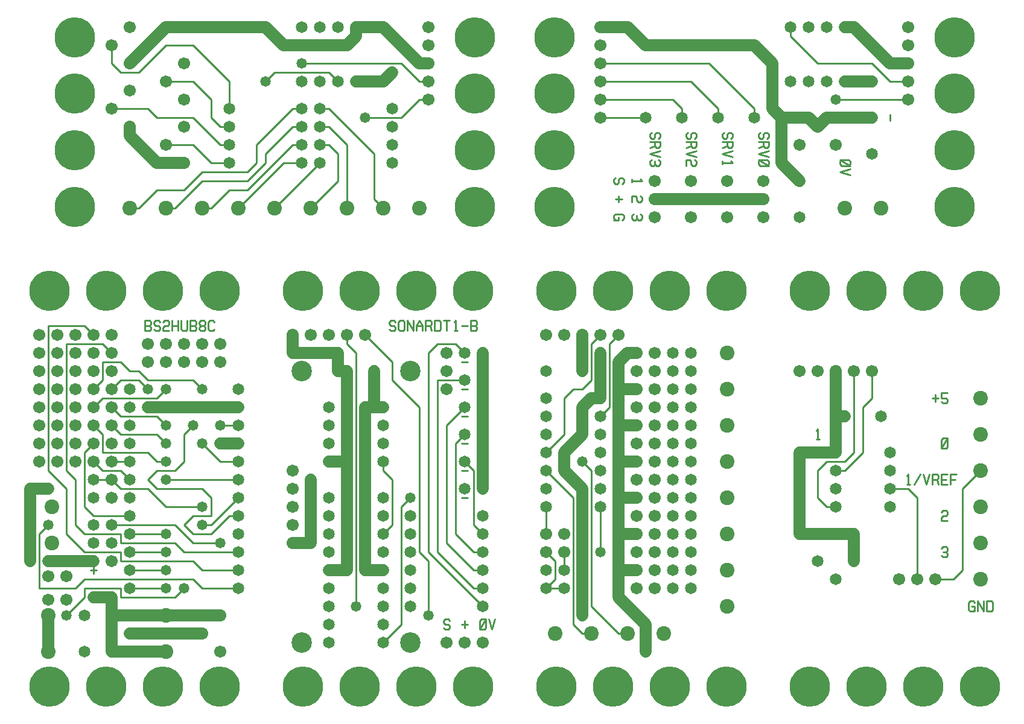
<source format=gtl>
%MOIN*%
%FSLAX25Y25*%
G04 D10 used for Character Trace; *
G04     Circle (OD=.01000) (No hole)*
G04 D11 used for Power Trace; *
G04     Circle (OD=.06700) (No hole)*
G04 D12 used for Signal Trace; *
G04     Circle (OD=.01100) (No hole)*
G04 D13 used for Via; *
G04     Circle (OD=.05800) (Round. Hole ID=.02800)*
G04 D14 used for Component hole; *
G04     Circle (OD=.06500) (Round. Hole ID=.03500)*
G04 D15 used for Component hole; *
G04     Circle (OD=.06700) (Round. Hole ID=.04300)*
G04 D16 used for Component hole; *
G04     Circle (OD=.08100) (Round. Hole ID=.05100)*
G04 D17 used for Component hole; *
G04     Circle (OD=.08900) (Round. Hole ID=.05900)*
G04 D18 used for Component hole; *
G04     Circle (OD=.11300) (Round. Hole ID=.08300)*
G04 D19 used for Component hole; *
G04     Circle (OD=.16000) (Round. Hole ID=.13000)*
G04 D20 used for Component hole; *
G04     Circle (OD=.18300) (Round. Hole ID=.15300)*
G04 D21 used for Component hole; *
G04     Circle (OD=.22291) (Round. Hole ID=.19291)*
%ADD10C,.01000*%
%ADD11C,.06700*%
%ADD12C,.01100*%
%ADD13C,.05800*%
%ADD14C,.06500*%
%ADD15C,.06700*%
%ADD16C,.08100*%
%ADD17C,.08900*%
%ADD18C,.11300*%
%ADD19C,.16000*%
%ADD20C,.18300*%
%ADD21C,.22291*%
%IPPOS*%
%LPD*%
G90*X0Y0D02*D16*X55000Y55000D03*D11*Y35000D01*D16*
D03*D14*X75000Y55000D03*D13*X65000D03*D12*        
X75000Y65000D01*Y70000D01*X95000D01*Y65000D01*    
X125000D01*X130000Y70000D01*D13*D03*D12*          
X140000D02*X135000Y75000D01*X140000Y70000D02*     
X160000D01*D14*D03*Y80000D03*D12*X140000D01*      
X135000Y85000D01*X95000D01*Y90000D01*X75000D01*   
X65000Y100000D01*Y125000D01*X55000Y135000D01*     
Y215000D01*X75000D01*X80000Y210000D01*D15*D03*D12*
X90000Y200000D02*X85000Y205000D01*D15*            
X90000Y200000D03*D12*X100000Y190000D02*           
X95000Y195000D01*X100000Y190000D02*X105000D01*    
X110000Y185000D01*X135000D01*X140000Y180000D01*   
D13*D03*X150000Y170000D03*D11*X110000D01*D13*D03* 
D12*X120000Y160000D02*X115000Y165000D01*D13*      
X120000Y160000D03*D12*X95000Y165000D02*X115000D01*
X95000D02*X90000Y170000D01*D15*D03*D12*X80000D02* 
X85000Y175000D01*D15*X80000Y170000D03*D12*        
X85000Y175000D02*X115000D01*X120000Y180000D01*D13*
D03*X110000D03*D12*X105000Y185000D01*X95000D01*   
X90000Y180000D01*D15*D03*D12*X80000D02*           
X85000Y185000D01*D15*X80000Y180000D03*D12*        
X85000Y185000D02*Y195000D01*X95000D01*D15*        
X90000Y190000D03*D12*X65000Y205000D02*X85000D01*  
X65000Y135000D02*Y205000D01*X70000Y130000D02*     
X65000Y135000D01*X70000Y105000D02*Y130000D01*     
X75000Y100000D02*X70000Y105000D01*                
X75000Y100000D02*X95000D01*Y95000D01*X125000D01*  
X130000Y90000D01*X160000D01*D14*D03*D13*          
X150000Y95000D03*D12*X135000D01*X125000Y105000D01*
X90000D01*D14*D03*X80000Y95000D03*                
X100000Y100000D03*D12*X120000D01*D13*D03*         
Y90000D03*D12*X100000D01*D14*D03*X90000Y95000D03* 
X100000Y80000D03*D12*X120000D01*D13*D03*Y70000D03*
D12*X100000D01*D14*D03*D11*X90000Y55000D02*       
Y65000D01*Y45000D02*Y55000D01*D15*Y45000D03*D11*  
Y35000D01*X120000D01*D16*D03*D13*X100000Y45000D03*
D11*X140000D01*D15*D03*X150000Y35000D03*Y55000D03*
D11*X120000D01*D16*D03*D11*X90000D01*D14*         
X80000Y65000D03*D11*X90000D01*D12*X70000Y70000D02*
X75000Y75000D01*X50000Y70000D02*X70000D01*        
X50000D02*Y100000D01*X55000Y105000D01*D13*D03*D16*
X57000Y115000D03*Y95000D03*D13*X45000Y85000D03*   
D11*Y125000D01*X55000D01*D13*D03*D15*             
X70000Y140000D03*X60000D03*X50000D03*D12*         
X75000Y115000D02*Y145000D01*X80000Y110000D02*     
X75000Y115000D01*X80000Y110000D02*X100000D01*D14* 
D03*D15*X90000Y120000D03*D14*X100000D03*D12*      
X115000Y125000D02*X140000D01*X145000Y120000D01*   
Y110000D01*X135000D01*X130000Y105000D01*          
X135000Y100000D01*X145000D01*X155000Y110000D01*   
X160000D01*D14*D03*Y120000D03*D12*                
X145000Y105000D01*X140000D01*D13*D03*Y115000D03*  
D12*X120000D01*X110000Y125000D01*X95000D01*       
X90000Y130000D01*D15*D03*D12*X80000D01*D14*D03*   
D12*X85000Y135000D02*X95000D01*X100000Y130000D01* 
D14*D03*D15*X90000Y140000D03*D12*X100000D01*D14*  
D03*D12*X115000Y125000D02*X110000Y130000D01*D13*  
X120000D03*D12*X160000D01*D14*D03*D12*            
X150000Y140000D02*X160000D01*D14*D03*D13*         
X150000Y150000D03*D11*X160000D01*D14*D03*D13*     
X150000Y160000D03*D12*X160000D01*D14*D03*D11*     
X150000Y170000D02*X160000D01*D14*D03*Y180000D03*  
D13*X140000Y150000D03*D12*X150000Y140000D01*      
X130000D02*Y155000D01*X125000Y135000D02*          
X130000Y140000D01*X115000Y135000D02*X125000D01*   
X110000Y130000D02*X115000Y135000D01*D13*          
X120000Y140000D03*D12*X115000D01*                 
X110000Y145000D01*X85000D01*Y155000D01*           
X80000Y160000D01*D15*D03*X90000Y150000D03*        
X70000Y170000D03*Y150000D03*X90000Y160000D03*D12* 
X95000Y155000D01*X115000D01*X120000Y150000D01*D13*
D03*D12*X130000Y155000D02*X135000Y160000D01*D13*  
D03*D14*X100000Y180000D03*D15*X150000Y195000D03*  
D14*X100000Y170000D03*D15*X140000Y195000D03*D14*  
X100000Y160000D03*D15*X130000Y195000D03*D14*      
X100000Y150000D03*D15*X120000Y195000D03*          
X110000D03*X150000Y205000D03*X140000D03*          
X130000D03*X120000D03*X110000D03*D12*             
X85000Y135000D02*X80000Y140000D01*D15*D03*D12*    
X75000Y145000D02*X80000Y150000D01*D15*D03*        
X70000Y160000D03*X60000Y170000D03*Y160000D03*     
Y150000D03*X50000Y180000D03*Y170000D03*Y160000D03*
Y150000D03*D14*X80000Y120000D03*D15*              
X70000Y180000D03*X60000D03*X80000Y190000D03*      
X70000D03*X60000D03*X50000D03*D14*                
X80000Y105000D03*D15*Y200000D03*X70000D03*        
X60000D03*X50000D03*X90000Y210000D03*X70000D03*   
X60000D03*X50000D03*D10*X108326Y212129D02*        
Y217871D01*X110837D01*X111674Y216914D01*          
Y215957D01*X110837Y215000D01*X111674Y214043D01*   
Y213086D01*X110837Y212129D01*X108326D01*          
Y215000D02*X110837D01*X116674Y216914D02*          
X115837Y217871D01*X114163D01*X113326Y216914D01*   
Y215957D01*X114163Y215000D01*X115837D01*          
X116674Y214043D01*Y213086D01*X115837Y212129D01*   
X114163D01*X113326Y213086D01*X118326Y216914D02*   
X119163Y217871D01*X120837D01*X121674Y216914D01*   
Y215957D01*X120837Y215000D01*X119163D01*          
X118326Y214043D01*Y212129D01*X121674D01*          
X123326D02*Y217871D01*X126674Y212129D02*          
Y217871D01*X123326Y215000D02*X126674D01*          
X131674Y217871D02*Y213086D01*X130837Y212129D01*   
X129163D01*X128326Y213086D01*Y217871D01*          
X133326Y212129D02*Y217871D01*X135837D01*          
X136674Y216914D01*Y215957D01*X135837Y215000D01*   
X136674Y214043D01*Y213086D01*X135837Y212129D01*   
X133326D01*Y215000D02*X135837D01*X139163D02*      
X138326Y215957D01*Y216914D01*X139163Y217871D01*   
X140837D01*X141674Y216914D01*Y215957D01*          
X140837Y215000D01*X139163D01*X138326Y214043D01*   
Y213086D01*X139163Y212129D01*X140837D01*          
X141674Y213086D01*Y214043D01*X140837Y215000D01*   
X146674Y213086D02*X145837Y212129D01*X144163D01*   
X143326Y213086D01*Y216914D01*X144163Y217871D01*   
X145837D01*X146674Y216914D01*D13*X55000Y85000D03* 
D11*X80000D01*D14*D03*D10*X78326Y80000D02*        
X81674D01*X80000Y81914D02*Y78086D01*D12*          
X75000Y75000D02*X135000D01*D14*X160000Y100000D03* 
D15*X90000Y85000D03*D21*X86875Y15625D03*          
X118125D03*X149375D03*D14*X75000Y35000D03*D15*    
X65000Y76500D03*Y63500D03*X55000Y76500D03*        
Y63500D03*D21*X55625Y15625D03*X149375Y234375D03*  
X118125D03*X86875D03*X55625D03*G90*X0Y0D02*D15*   
X190000Y95000D03*D11*X200000D01*Y130000D01*D13*   
D03*D14*X210000Y120000D03*Y140000D03*D11*         
X220000D01*Y80000D01*X210000D01*D14*D03*Y90000D03*
Y70000D03*D11*X230000Y80000D02*X240000D01*D14*D03*
Y90000D03*D11*X230000Y80000D02*Y130000D01*D13*D03*
D11*Y170000D01*X235000D01*X240000D01*D14*D03*D11* 
X235000D02*Y190000D01*D14*D03*D12*                
X225000Y60000D02*Y200000D01*D13*Y60000D03*D14*    
X240000Y50000D03*Y60000D03*X210000D03*            
X240000Y70000D03*X210000Y50000D03*Y40000D03*      
X240000D03*D12*X250000Y50000D01*Y115000D01*       
X255000Y120000D01*D13*D03*D12*X245000Y105000D02*  
Y130000D01*X240000Y100000D02*X245000Y105000D01*   
D14*X240000Y100000D03*Y110000D03*X255000Y90000D03*
Y100000D03*Y110000D03*D12*X265000Y85000D02*       
X260000Y90000D01*X265000Y55000D02*Y85000D01*D13*  
Y55000D03*D10*X276674Y51914D02*X275837Y52871D01*  
X274163D01*X273326Y51914D01*Y50957D01*            
X274163Y50000D01*X275837D01*X276674Y49043D01*     
Y48086D01*X275837Y47129D01*X274163D01*            
X273326Y48086D01*D14*X255000Y60000D03*D18*        
Y40000D03*D14*Y70000D03*D15*X275000Y40000D03*     
X285000D03*D10*X283326Y50000D02*X286674D01*       
X285000Y51914D02*Y48086D01*D12*X290000Y80000D02*  
X295000D01*D14*D03*D12*X290000D02*                
X275000Y95000D01*Y160000D01*X285000Y170000D01*D14*
D03*D10*X283326Y165000D02*X286674D01*D15*         
X275000Y180000D03*D14*X295000Y170000D03*D11*      
Y155000D01*D14*D03*D11*Y140000D01*D14*D03*D11*    
Y125000D01*D14*D03*D10*X283326Y135000D02*         
X286674D01*D14*X285000Y125000D03*D12*             
X290000Y105000D02*Y135000D01*X295000Y100000D02*   
X290000Y105000D01*D14*X295000Y100000D03*D12*      
X290000Y90000D02*X295000D01*D14*D03*D12*          
X290000D02*X280000Y100000D01*Y150000D01*          
X285000Y155000D01*D14*D03*D10*X283326Y150000D02*  
X286674D01*D11*X295000Y170000D02*Y185000D01*D14*  
D03*D11*Y200000D01*D14*D03*X285000D03*D12*        
X280000Y205000D01*X270000D01*X265000Y200000D01*   
Y90000D01*X295000Y60000D01*D14*D03*Y70000D03*D12* 
X290000D01*X270000Y90000D01*Y185000D01*X285000D01*
D14*D03*D10*X283326Y180000D02*X286674D01*D15*     
X275000Y190000D03*D10*X283326Y195000D02*          
X286674D01*D15*X275000Y200000D03*D12*             
X260000Y90000D02*Y170000D01*D14*X255000Y80000D03* 
D10*X283326Y120000D02*X286674D01*D14*X240000D03*  
X295000Y110000D03*D12*X245000Y130000D02*          
X240000Y135000D01*Y140000D01*D14*D03*Y150000D03*  
Y160000D03*D11*X220000Y140000D02*Y190000D01*      
X215000D01*D14*D03*D11*Y200000D01*X190000D01*     
Y210000D01*D15*D03*X200000D03*X210000D03*D18*     
X195000Y190000D03*D21*X195625Y234375D03*D12*      
X225000Y200000D02*X220000Y205000D01*Y210000D01*   
D15*D03*X230000D03*D12*X245000Y195000D01*         
Y185000D01*X260000Y170000D01*D18*                 
X255000Y190000D03*D14*X285000Y140000D03*D12*      
X290000Y135000D01*D14*X210000Y170000D03*          
Y160000D03*Y150000D03*Y110000D03*Y100000D03*D10*  
X246674Y216914D02*X245837Y217871D01*X244163D01*   
X243326Y216914D01*Y215957D01*X244163Y215000D01*   
X245837D01*X246674Y214043D01*Y213086D01*          
X245837Y212129D01*X244163D01*X243326Y213086D01*   
X251674D02*X250837Y212129D01*X249163D01*          
X248326Y213086D01*Y216914D01*X249163Y217871D01*   
X250837D01*X251674Y216914D01*Y213086D01*          
X253326Y212129D02*Y217871D01*X256674Y212129D01*   
Y217871D01*X258326Y212129D02*Y215000D01*          
X260000Y217871D01*X261674Y215000D01*Y212129D01*   
X258326Y215000D02*X261674D01*X263326Y212129D02*   
Y217871D01*X265837D01*X266674Y216914D01*          
Y215957D01*X265837Y215000D01*X263326D01*          
X265837D02*X266674Y212129D01*X268326D02*          
Y217871D01*X270837D01*X271674Y216914D01*          
Y213086D01*X270837Y212129D01*X268326D01*          
X275000D02*Y217871D01*X273326D02*X276674D01*      
X279163Y216914D02*X280000Y217871D01*Y212129D01*   
X279163D02*X280837D01*X283326Y215000D02*          
X286674D01*X288326Y212129D02*Y217871D01*          
X290837D01*X291674Y216914D01*Y215957D01*          
X290837Y215000D01*X291674Y214043D01*Y213086D01*   
X290837Y212129D01*X288326D01*Y215000D02*          
X290837D01*X296674Y48086D02*X295837Y47129D01*     
X294163D01*X293326Y48086D01*Y51914D01*            
X294163Y52871D01*X295837D01*X296674Y51914D01*     
Y48086D01*X293326Y47129D02*X296674Y52871D01*      
X298326D02*X300000Y47129D01*X301674Y52871D01*D18* 
X195000Y40000D03*D15*X295000D03*D21*              
X289375Y234375D03*D15*X190000Y135000D03*          
Y125000D03*Y115000D03*D21*X258125Y234375D03*D15*  
X190000Y105000D03*D21*X226875Y234375D03*          
X195625Y15625D03*X226875D03*X258125D03*X289375D03*
G90*X0Y0D02*D14*X330000Y70000D03*D12*X340000D01*  
D14*D03*D12*X330000D02*X335000Y75000D01*Y85000D01*
X330000Y90000D01*D15*D03*D14*X340000Y80000D03*D12*
Y90000D01*D15*D03*X330000Y100000D03*D12*          
Y115000D01*D14*D03*Y125000D03*D12*                
X345000Y50000D02*Y120000D01*X350000Y45000D02*     
X345000Y50000D01*X350000Y45000D02*X355000D01*D16* 
D03*D13*X350000Y55000D03*D11*Y125000D01*          
X340000Y135000D01*Y145000D01*X350000Y155000D01*   
Y170000D01*X355000Y175000D01*X360000D01*D14*D03*  
D11*Y200000D01*D13*D03*D12*X365000Y170000D02*     
Y205000D01*X360000Y165000D02*X365000Y170000D01*   
D14*X360000Y165000D03*D11*X370000Y140000D02*      
Y160000D01*Y120000D02*Y140000D01*Y100000D02*      
Y120000D01*D13*Y100000D03*D11*Y80000D01*Y65000D01*
X385000Y50000D01*Y35000D01*D13*D03*D16*           
X395000Y45000D03*X375000D03*D12*X370000D01*       
X355000Y60000D01*Y135000D01*X350000Y140000D01*D13*
D03*D14*X360000Y135000D03*Y145000D03*Y155000D03*  
D12*X330000Y145000D02*X340000Y155000D01*D14*      
X330000Y145000D03*D12*X340000Y155000D02*          
Y175000D01*X345000Y180000D01*X350000D01*          
X355000Y185000D01*Y205000D01*X360000Y210000D01*   
D15*D03*D12*X365000Y205000D02*X370000Y210000D01*  
D15*D03*X380000Y200000D03*D11*X375000D01*         
X370000Y195000D01*Y190000D01*D13*D03*D11*         
Y180000D01*Y160000D01*X380000D01*D15*D03*         
X390000Y150000D03*Y170000D03*Y160000D03*          
X380000Y170000D03*Y150000D03*D14*                 
X400000Y140000D03*Y180000D03*Y150000D03*D15*      
X390000Y180000D03*D11*X370000Y140000D02*          
X380000D01*D15*D03*X390000Y130000D03*Y140000D03*  
X380000Y130000D03*D14*X400000Y120000D03*          
Y160000D03*Y130000D03*D11*X370000Y120000D02*      
X380000D01*D15*D03*X390000Y110000D03*Y120000D03*  
X380000Y110000D03*D14*X400000Y100000D03*          
Y110000D03*D11*X370000Y100000D02*X380000D01*D15*  
D03*X390000Y90000D03*Y100000D03*X380000Y90000D03* 
D14*X400000Y80000D03*X360000Y115000D03*D12*       
Y90000D01*D13*D03*D11*X370000Y80000D02*X380000D01*
D15*D03*X390000Y70000D03*Y80000D03*               
X380000Y70000D03*D14*X400000D03*Y90000D03*        
X410000Y110000D03*Y70000D03*Y80000D03*Y90000D03*  
Y100000D03*Y120000D03*D15*X340000Y100000D03*D12*  
X345000Y120000D02*X330000Y135000D01*D14*D03*      
Y155000D03*X360000Y125000D03*X330000Y165000D03*   
Y175000D03*D11*X370000Y180000D02*X380000D01*D15*  
D03*X390000Y190000D03*X380000D03*D14*             
X400000Y200000D03*Y170000D03*D15*                 
X390000Y200000D03*D14*X400000Y190000D03*          
X410000Y150000D03*D15*X350000Y210000D03*D11*      
Y190000D01*D14*D03*D15*X330000Y210000D03*D14*     
Y190000D03*D15*X340000Y210000D03*D21*             
X366875Y234375D03*X335625D03*X398125D03*D14*      
X410000Y130000D03*Y140000D03*Y160000D03*          
Y170000D03*Y180000D03*Y190000D03*Y200000D03*D16*  
X430000Y120000D03*Y140000D03*Y160000D03*          
Y180000D03*Y200000D03*D21*X429375Y234375D03*D16*  
X430000Y100000D03*D14*X330000Y80000D03*D16*       
X430000D03*Y60000D03*X335000Y45000D03*D21*        
X335625Y15625D03*X366875D03*X398125D03*X429375D03*
G90*X0Y0D02*D11*X470000Y100000D02*X500000D01*     
Y85000D01*D14*D03*X490000Y75000D03*               
X480000Y85000D03*D15*X525000Y75000D03*D14*        
X520000Y115000D03*D11*X470000Y100000D02*          
Y145000D01*X490000D01*D14*D03*D11*Y165000D01*     
X495000D01*D14*D03*D11*X490000D02*Y190000D01*D15* 
D03*X500000D03*D12*Y145000D01*X495000Y140000D01*  
X485000D01*X480000Y135000D01*Y120000D01*          
X485000Y115000D01*X490000D01*D14*D03*Y125000D03*  
D12*Y135000D02*X495000D01*D14*X490000D03*D12*     
X495000D02*X505000Y145000D01*Y170000D01*          
X510000Y175000D01*Y190000D01*D15*D03*D14*         
X515000Y165000D03*D15*X480000Y190000D03*D10*      
X479163Y156914D02*X480000Y157871D01*Y152129D01*   
X479163D02*X480837D01*X543326Y175000D02*          
X546674D01*X545000Y176914D02*Y173086D01*          
X551674Y177871D02*X548326D01*Y175000D01*          
X550837D01*X551674Y174043D01*Y173086D01*          
X550837Y172129D01*X549163D01*X548326Y173086D01*   
X551674Y148086D02*X550837Y147129D01*X549163D01*   
X548326Y148086D01*Y151914D01*X549163Y152871D01*   
X550837D01*X551674Y151914D01*Y148086D01*          
X548326Y147129D02*X551674Y152871D01*D15*          
X470000Y190000D03*D21*X538125Y234375D03*          
X506875D03*D14*X520000Y145000D03*D21*             
X475625Y234375D03*D14*X520000Y135000D03*D16*      
X570000D03*D12*X560000Y125000D01*Y80000D01*       
X555000Y75000D01*X545000D01*D15*D03*X535000D03*   
D12*Y120000D01*X530000Y125000D01*X520000D01*D14*  
D03*D10*X529163Y131914D02*X530000Y132871D01*      
Y127129D01*X529163D02*X530837D01*X533326D02*      
X536674Y132871D01*X538326D02*X540000Y127129D01*   
X541674Y132871D01*X543326Y127129D02*Y132871D01*   
X545837D01*X546674Y131914D01*Y130957D01*          
X545837Y130000D01*X543326D01*X545837D02*          
X546674Y127129D01*X551674D02*X548326D01*          
Y132871D01*X551674D01*X548326Y130000D02*          
X550837D01*X553326Y127129D02*Y132871D01*          
X556674D01*X553326Y130000D02*X555837D01*          
X548326Y111914D02*X549163Y112871D01*X550837D01*   
X551674Y111914D01*Y110957D01*X550837Y110000D01*   
X549163D01*X548326Y109043D01*Y107129D01*          
X551674D01*X548326Y91914D02*X549163Y92871D01*     
X550837D01*X551674Y91914D01*Y90957D01*            
X550837Y90000D01*X549163D01*X550837D02*           
X551674Y89043D01*Y88086D01*X550837Y87129D01*      
X549163D01*X548326Y88086D01*D16*X570000Y75000D03* 
Y175000D03*Y95000D03*Y115000D03*Y155000D03*D10*   
X566674Y58086D02*X565837Y57129D01*X564163D01*     
X563326Y58086D01*Y61914D01*X564163Y62871D01*      
X565837D01*X566674Y61914D01*X565000Y60000D02*     
X566674D01*Y57129D01*X568326D02*Y62871D01*        
X571674Y57129D01*Y62871D01*X573326Y57129D02*      
Y62871D01*X575837D01*X576674Y61914D01*Y58086D01*  
X575837Y57129D01*X573326D01*D21*X569375Y234375D03*
X475625Y15625D03*X506875D03*X538125D03*X569375D03*
G90*X0Y0D02*D16*X260000Y280000D03*X240000D03*D12* 
X235000Y285000D01*Y310000D01*X210000Y335000D01*   
X205000D01*D14*D03*X195000Y325000D03*D12*         
X190000D01*X175000Y310000D01*Y305000D01*          
X165000Y295000D01*X140000D01*X125000Y280000D01*   
X120000D01*D16*D03*D12*X115000Y290000D02*         
X130000D01*X105000Y280000D02*X115000Y290000D01*   
X100000Y280000D02*X105000D01*D16*X100000D03*D11*  
Y320000D02*X115000Y305000D01*X100000Y325000D02*   
Y320000D01*D15*Y325000D03*D12*X90000Y335000D02*   
X110000D01*D15*X90000D03*X100000Y345000D03*D12*   
X95000Y355000D02*X105000D01*X90000Y360000D02*     
X95000Y355000D01*X90000Y370000D02*Y360000D01*D15* 
Y370000D03*X100000Y360000D03*D11*                 
X120000Y380000D01*X175000D01*X185000Y370000D01*   
X220000D01*X225000Y375000D01*Y380000D01*D14*D03*  
D11*X240000D01*X245000Y375000D01*D14*D03*D11*     
X260000Y360000D01*X265000D01*D15*D03*D12*         
X250000D02*X260000Y350000D01*X195000Y360000D02*   
X250000D01*D13*X195000D03*D14*X205000Y350000D03*  
X195000D03*D12*X180000Y355000D02*X210000D01*      
X175000Y350000D02*X180000Y355000D01*D13*          
X175000Y350000D03*D12*X170000Y315000D02*          
X190000Y335000D01*X170000Y315000D02*Y305000D01*   
X165000Y300000D01*X140000D01*X130000Y290000D01*   
D16*X140000Y280000D03*D12*X145000D01*             
X155000Y290000D01*X165000D01*X190000Y315000D01*   
X195000D01*D14*D03*X205000Y305000D03*D12*         
X180000Y280000D01*D16*D03*X200000D03*D12*         
X215000Y295000D01*Y310000D01*X210000Y315000D01*   
X205000D01*D14*D03*X195000Y305000D03*D12*         
X185000D01*X160000Y280000D01*D16*D03*D14*         
X155000Y305000D03*D12*X145000D01*                 
X135000Y315000D01*X120000D01*D15*D03*             
X130000Y305000D03*D11*X115000D01*D15*             
X130000Y325000D03*D12*X115000Y330000D02*          
X135000D01*X110000Y335000D02*X115000Y330000D01*   
D15*X120000Y350000D03*D12*X135000D01*             
X145000Y340000D01*Y330000D01*X150000Y325000D01*   
X155000D01*D14*D03*D12*X135000Y330000D02*         
X150000Y315000D01*D15*X130000Y340000D03*D12*      
X150000Y315000D02*X155000D01*D14*D03*Y335000D03*  
D12*Y350000D01*X135000Y370000D01*X120000D01*      
X105000Y355000D01*D15*X130000Y360000D03*          
X100000Y380000D03*D21*X69375Y374375D03*Y343125D03*
Y311875D03*Y280625D03*D12*X190000Y335000D02*      
X195000D01*D14*D03*X205000Y325000D03*D12*         
X210000D01*X220000Y315000D01*Y280000D01*D16*D03*  
D14*X245000Y305000D03*Y315000D03*Y325000D03*D12*  
X230000Y330000D02*X250000D01*D13*X230000D03*D14*  
X245000Y335000D03*D11*X225000Y350000D02*          
X240000D01*D14*X225000D03*X215000D03*D12*         
X210000Y355000D01*D14*X215000Y380000D03*          
X205000D03*X195000D03*D11*X240000Y350000D02*      
X245000Y355000D01*D14*D03*D12*X250000Y330000D02*  
X260000Y340000D01*X265000D01*D15*D03*Y350000D03*  
D12*X260000D01*D15*X265000Y370000D03*D21*         
X290625Y343125D03*D15*X265000Y380000D03*D21*      
X290625Y374375D03*Y311875D03*Y280625D03*G90*      
X0Y0D02*X334375Y280625D03*Y311875D03*Y343125D03*  
D15*X360000Y360000D03*D12*X420000D01*             
X445000Y335000D01*Y330000D01*D14*D03*D11*         
X455000Y360000D02*Y335000D01*X445000Y370000D02*   
X455000Y360000D01*D14*X445000Y370000D03*D11*      
X425000D01*D14*D03*D11*X405000D01*D14*D03*D11*    
X385000D01*D14*D03*D11*X375000Y380000D01*         
X360000D01*D15*D03*Y370000D03*D21*                
X334375Y374375D03*D15*X360000Y350000D03*D12*      
X410000D01*X425000Y335000D01*Y330000D01*D14*D03*  
D10*X431914Y318326D02*X432871Y319163D01*          
Y320837D01*X431914Y321674D01*X430957D01*          
X430000Y320837D01*Y319163D01*X429043Y318326D01*   
X428086D01*X427129Y319163D01*Y320837D01*          
X428086Y321674D01*X407129Y316674D02*X412871D01*   
Y314163D01*X411914Y313326D01*X410957D01*          
X410000Y314163D01*Y316674D01*Y314163D02*          
X407129Y313326D01*X427129Y316674D02*X432871D01*   
Y314163D01*X431914Y313326D01*X430957D01*          
X430000Y314163D01*Y316674D01*Y314163D02*          
X427129Y313326D01*X411914Y318326D02*              
X412871Y319163D01*Y320837D01*X411914Y321674D01*   
X410957D01*X410000Y320837D01*Y319163D01*          
X409043Y318326D01*X408086D01*X407129Y319163D01*   
Y320837D01*X408086Y321674D01*X412871Y311674D02*   
X407129Y310000D01*X412871Y308326D01*D12*          
X400000Y340000D02*X405000Y335000D01*              
X360000Y340000D02*X400000D01*D15*X360000D03*      
Y330000D03*D12*X385000D01*D14*D03*D10*            
X391914Y318326D02*X392871Y319163D01*Y320837D01*   
X391914Y321674D01*X390957D01*X390000Y320837D01*   
Y319163D01*X389043Y318326D01*X388086D01*          
X387129Y319163D01*Y320837D01*X388086Y321674D01*   
X387129Y316674D02*X392871D01*Y314163D01*          
X391914Y313326D01*X390957D01*X390000Y314163D01*   
Y316674D01*Y314163D02*X387129Y313326D01*D14*      
X405000Y330000D03*D12*Y335000D01*D10*             
X432871Y311674D02*X427129Y310000D01*              
X432871Y308326D01*X392871Y311674D02*              
X387129Y310000D01*X392871Y308326D01*              
X391914Y306674D02*X392871Y305837D01*Y304163D01*   
X391914Y303326D01*X390957D01*X390000Y304163D01*   
Y305837D01*Y304163D02*X389043Y303326D01*          
X388086D01*X387129Y304163D01*Y305837D01*          
X388086Y306674D01*X411914D02*X412871Y305837D01*   
Y304163D01*X411914Y303326D01*X410957D01*          
X410000Y304163D01*Y305837D01*X409043Y306674D01*   
X407129D01*Y303326D01*X431914Y305837D02*          
X432871Y305000D01*X427129D01*Y305837D02*          
Y304163D01*X371914Y293326D02*X372871Y294163D01*   
Y295837D01*X371914Y296674D01*X370957D01*          
X370000Y295837D01*Y294163D01*X369043Y293326D01*   
X368086D01*X367129Y294163D01*Y295837D01*          
X368086Y296674D01*X381914Y295837D02*              
X382871Y295000D01*X377129D01*Y295837D02*          
Y294163D01*D15*X390000Y295000D03*X410000D03*      
X430000D03*X450000D03*D10*X448086Y303326D02*      
X447129Y304163D01*Y305837D01*X448086Y306674D01*   
X451914D01*X452871Y305837D01*Y304163D01*          
X451914Y303326D01*X448086D01*X447129Y306674D02*   
X452871Y303326D01*Y311674D02*X447129Y310000D01*   
X452871Y308326D01*X447129Y316674D02*X452871D01*   
Y314163D01*X451914Y313326D01*X450957D01*          
X450000Y314163D01*Y316674D01*Y314163D02*          
X447129Y313326D01*X451914Y318326D02*              
X452871Y319163D01*Y320837D01*X451914Y321674D01*   
X450957D01*X450000Y320837D01*Y319163D01*          
X449043Y318326D01*X448086D01*X447129Y319163D01*   
Y320837D01*X448086Y321674D01*X370000Y286674D02*   
Y283326D01*X371914Y285000D02*X368086D01*          
X381914Y286674D02*X382871Y285837D01*Y284163D01*   
X381914Y283326D01*X380957D01*X380000Y284163D01*   
Y285837D01*X379043Y286674D01*X377129D01*          
Y283326D01*D15*X390000Y285000D03*D11*X410000D01*  
D15*D03*D11*X430000D01*D15*D03*D11*X450000D01*D15*
D03*Y275000D03*D14*X470000D03*D11*                
X460000Y330000D02*Y305000D01*X455000Y335000D02*   
X460000Y330000D01*X475000D01*X480000Y325000D01*   
D15*D03*D11*X485000Y330000D01*X510000D01*D14*D03* 
D10*X520000Y331674D02*Y328326D01*D15*             
X530000Y350000D03*D12*X520000D01*                 
X510000Y360000D01*X480000D01*X465000Y375000D01*   
Y380000D01*D14*D03*X475000D03*X485000D03*         
X495000Y350000D03*D11*X510000D01*D14*D03*D11*     
Y370000D02*X520000Y360000D01*D14*                 
X510000Y370000D03*D11*X500000Y380000D01*          
X495000D01*D14*D03*D11*X520000Y360000D02*         
X530000D01*D15*D03*Y370000D03*Y380000D03*         
Y340000D03*D12*X490000D01*D13*D03*D14*            
X485000Y350000D03*X475000D03*D15*                 
X470000Y315000D03*D14*X465000Y350000D03*D15*      
X490000Y315000D03*D14*X510000Y310000D03*D11*      
X460000Y305000D02*X470000Y295000D01*D14*D03*D16*  
X495000Y280000D03*D10*X497871Y301674D02*          
X492129Y300000D01*X497871Y298326D01*              
X493086Y303326D02*X492129Y304163D01*Y305837D01*   
X493086Y306674D01*X496914D01*X497871Y305837D01*   
Y304163D01*X496914Y303326D01*X493086D01*          
X492129Y306674D02*X497871Y303326D01*D15*          
X430000Y275000D03*D16*X515000Y280000D03*D15*      
X410000Y275000D03*X390000D03*D21*                 
X555625Y280625D03*Y311875D03*Y343125D03*          
Y374375D03*D10*X381914Y276674D02*                 
X382871Y275837D01*Y274163D01*X381914Y273326D01*   
X380957D01*X380000Y274163D01*Y275837D01*          
Y274163D02*X379043Y273326D01*X378086D01*          
X377129Y274163D01*Y275837D01*X378086Y276674D01*   
X368086Y273326D02*X367129Y274163D01*Y275837D01*   
X368086Y276674D01*X371914D01*X372871Y275837D01*   
Y274163D01*X371914Y273326D01*X370000Y275000D02*   
Y273326D01*X367129D01*M02*                        

</source>
